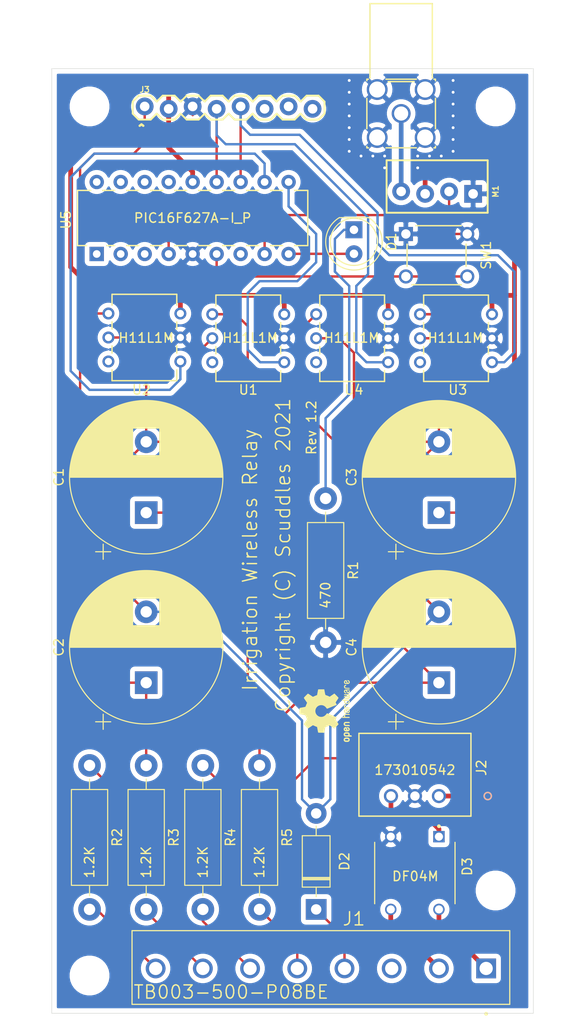
<source format=kicad_pcb>
(kicad_pcb (version 20171130) (host pcbnew "(5.1.7)-1")
  (layers (0 F.Cu signal) (31 B.Cu signal) (34 B.Paste user) (35 F.Paste user) (36 B.SilkS user) (37 F.SilkS user) (38 B.Mask user) (39 F.Mask user) (44 Edge.Cuts user))
  (net 0 "")
  (net 1 "Net-(C1-Pad2)")
  (net 2 "Net-(C1-Pad1)")
  (net 3 "Net-(C2-Pad1)")
  (net 4 "Net-(C3-Pad1)")
  (net 5 "Net-(C4-Pad1)")
  (net 6 /Logic/LED)
  (net 7 "Net-(D1-Pad1)")
  (net 8 "Net-(D3-Pad1)")
  (net 9 Vss)
  (net 10 "/Power Supply/AC_LINE")
  (net 11 "/Power Supply/AC_NEUTRAL")
  (net 12 "Net-(J1-Pad3)")
  (net 13 "/Signal Conditioner/IN_4")
  (net 14 "/Signal Conditioner/IN_3")
  (net 15 "/Signal Conditioner/IN_2")
  (net 16 "/Signal Conditioner/IN_1")
  (net 17 Vdd)
  (net 18 "Net-(J3-Pad1)")
  (net 19 "/Signal Conditioner/OUT_4")
  (net 20 "/Signal Conditioner/OUT_3")
  (net 21 "Net-(J3-Pad6)")
  (net 22 "Net-(J3-Pad7)")
  (net 23 "Net-(J3-Pad8)")
  (net 24 "Net-(J4-Pad1)")
  (net 25 /Logic/Data)
  (net 26 /Logic/Button)
  (net 27 "Net-(U1-Pad3)")
  (net 28 "/Signal Conditioner/OUT_1")
  (net 29 "Net-(U2-Pad3)")
  (net 30 "/Signal Conditioner/OUT_2")
  (net 31 "Net-(U3-Pad3)")
  (net 32 "Net-(U4-Pad3)")
  (net 33 "Net-(U5-Pad2)")
  (net 34 "Net-(U5-Pad3)")
  (net 35 "Net-(U5-Pad15)")
  (net 36 "Net-(U5-Pad16)")
  (net 37 "Net-(U5-Pad17)")
  (net 38 "Net-(U5-Pad18)")
  (net 39 "Net-(U5-Pad1)")
  (net 40 "/Signal Conditioner/COM")
  (net 41 "Net-(U5-Pad7)")
  (module tx:173010542 (layer F.Cu) (at 158 124 180)
    (fp_text reference J2 (at -4.5 3 90) (layer F.SilkS))
    (fp_text value 173010542 (at 2.54 2.75) (layer F.SilkS))
    (pad 3 thru_hole circle (at 0 0 180) (size 1.4986 1.4986) (drill 0.9906) (layers *.Cu *.Mask) (net 17 Vdd))
    (pad 2 thru_hole circle (at 2.54 0 180) (size 1.4986 1.4986) (drill 0.9906) (layers *.Cu *.Mask) (net 9 Vss))
    (pad 1 thru_hole circle (at 5.08 0 180) (size 1.4986 1.4986) (drill 0.9906) (layers *.Cu *.Mask) (net 8 "Net-(D3-Pad1)"))
  )
  (module Symbol:OSHW-Logo2_7.3x6mm_SilkScreen (layer F.Cu) (at 146 115 90)
    (fp_text reference REF** hide)
    (fp_text value OSHW-Logo2_7.3x6mm_SilkScreen hide)
  )
  (module tx:CUI_TB003-500-P08BE (layer F.Cu) (at 163 142.25 180)
    (fp_text reference J1 (at 14 5.25) (layer F.SilkS) (effects (font (size 1.4 1.4))))
    (fp_text value TB003-500-P08BE (at 27 -2.5) (layer F.SilkS) (effects (font (size 1.4 1.4))))
    (pad 1 thru_hole rect (at 0 0 180) (size 2.1 2.1) (drill 1.4) (layers *.Cu *.Mask) (net 11 "/Power Supply/AC_NEUTRAL"))
    (pad 2 thru_hole circle (at 5 0 180) (size 2.1 2.1) (drill 1.4) (layers *.Cu *.Mask) (net 10 "/Power Supply/AC_LINE"))
    (pad 3 thru_hole circle (at 10 0 180) (size 2.1 2.1) (drill 1.4) (layers *.Cu *.Mask) (net 12 "Net-(J1-Pad3)"))
    (pad 4 thru_hole circle (at 15 0 180) (size 2.1 2.1) (drill 1.4) (layers *.Cu *.Mask) (net 40 "/Signal Conditioner/COM"))
    (pad 5 thru_hole circle (at 20 0 180) (size 2.1 2.1) (drill 1.4) (layers *.Cu *.Mask) (net 13 "/Signal Conditioner/IN_4"))
    (pad 6 thru_hole circle (at 25 0 180) (size 2.1 2.1) (drill 1.4) (layers *.Cu *.Mask) (net 14 "/Signal Conditioner/IN_3"))
    (pad 7 thru_hole circle (at 30 0 180) (size 2.1 2.1) (drill 1.4) (layers *.Cu *.Mask) (net 15 "/Signal Conditioner/IN_2"))
    (pad 8 thru_hole circle (at 35 0 180) (size 2.1 2.1) (drill 1.4) (layers *.Cu *.Mask) (net 16 "/Signal Conditioner/IN_1"))
  )
  (module MountingHole:MountingHole_3.2mm_M3 (layer F.Cu) (at 164 134)
    (fp_text reference REF** hide)
    (fp_text value MountingHole_3.2mm_M3)
    (pad 1 np_thru_hole circle (at 0 0) (size 3.2 3.2) (drill 3.2) (layers *.Cu *.Mask))
  )
  (module MountingHole:MountingHole_3.2mm_M3 (layer F.Cu) (at 121 143)
    (fp_text reference REF** hide)
    (fp_text value MountingHole_3.2mm_M3)
    (pad 1 np_thru_hole circle (at 0 0) (size 3.2 3.2) (drill 3.2) (layers *.Cu *.Mask))
  )
  (module MountingHole:MountingHole_3.2mm_M3 (layer F.Cu) (at 164 51)
    (fp_text reference REF** hide)
    (fp_text value MountingHole_3.2mm_M3)
    (pad 1 np_thru_hole circle (at 0 0) (size 3.2 3.2) (drill 3.2) (layers *.Cu *.Mask))
  )
  (module MountingHole:MountingHole_3.2mm_M3 (layer F.Cu) (at 121 51)
    (fp_text reference REF** hide)
    (fp_text value MountingHole_3.2mm_M3)
    (pad 1 np_thru_hole circle (at 0 0) (size 3.2 3.2) (drill 3.2) (layers *.Cu *.Mask))
  )
  (module tx:PIC16F627A-I&slash_P (layer F.Cu) (at 121.76 66.62 90)
    (fp_text reference U5 (at 3.62 -3.26 90) (layer F.SilkS))
    (fp_text value PIC16F627A-I_P (at 3.81 10.16 180) (layer F.SilkS))
    (pad 1 thru_hole rect (at 0 0 90) (size 1.524 1.524) (drill 0.8128) (layers *.Cu *.Mask) (net 39 "Net-(U5-Pad1)"))
    (pad 2 thru_hole circle (at 0 2.54 90) (size 1.524 1.524) (drill 0.8128) (layers *.Cu *.Mask) (net 33 "Net-(U5-Pad2)"))
    (pad 3 thru_hole circle (at 0 5.08 90) (size 1.524 1.524) (drill 0.8128) (layers *.Cu *.Mask) (net 34 "Net-(U5-Pad3)"))
    (pad 4 thru_hole circle (at 0 7.62 90) (size 1.524 1.524) (drill 0.8128) (layers *.Cu *.Mask) (net 18 "Net-(J3-Pad1)"))
    (pad 5 thru_hole circle (at 0 10.16 90) (size 1.524 1.524) (drill 0.8128) (layers *.Cu *.Mask) (net 9 Vss))
    (pad 6 thru_hole circle (at 0 12.7 90) (size 1.524 1.524) (drill 0.8128) (layers *.Cu *.Mask) (net 26 /Logic/Button))
    (pad 7 thru_hole circle (at 0 15.24 90) (size 1.524 1.524) (drill 0.8128) (layers *.Cu *.Mask) (net 41 "Net-(U5-Pad7)"))
    (pad 8 thru_hole circle (at 0 17.78 90) (size 1.524 1.524) (drill 0.8128) (layers *.Cu *.Mask) (net 25 /Logic/Data))
    (pad 9 thru_hole circle (at 0 20.32 90) (size 1.524 1.524) (drill 0.8128) (layers *.Cu *.Mask) (net 6 /Logic/LED))
    (pad 10 thru_hole circle (at 7.62 20.32 90) (size 1.524 1.524) (drill 0.8128) (layers *.Cu *.Mask) (net 28 "/Signal Conditioner/OUT_1"))
    (pad 11 thru_hole circle (at 7.62 17.78 90) (size 1.524 1.524) (drill 0.8128) (layers *.Cu *.Mask) (net 30 "/Signal Conditioner/OUT_2"))
    (pad 12 thru_hole circle (at 7.62 15.24 90) (size 1.524 1.524) (drill 0.8128) (layers *.Cu *.Mask) (net 20 "/Signal Conditioner/OUT_3"))
    (pad 13 thru_hole circle (at 7.62 12.7 90) (size 1.524 1.524) (drill 0.8128) (layers *.Cu *.Mask) (net 19 "/Signal Conditioner/OUT_4"))
    (pad 14 thru_hole circle (at 7.62 10.16 90) (size 1.524 1.524) (drill 0.8128) (layers *.Cu *.Mask) (net 17 Vdd))
    (pad 15 thru_hole circle (at 7.62 7.62 90) (size 1.524 1.524) (drill 0.8128) (layers *.Cu *.Mask) (net 35 "Net-(U5-Pad15)"))
    (pad 16 thru_hole circle (at 7.62 5.08 90) (size 1.524 1.524) (drill 0.8128) (layers *.Cu *.Mask) (net 36 "Net-(U5-Pad16)"))
    (pad 17 thru_hole circle (at 7.62 2.54 90) (size 1.524 1.524) (drill 0.8128) (layers *.Cu *.Mask) (net 37 "Net-(U5-Pad17)"))
    (pad 18 thru_hole circle (at 7.62 0 90) (size 1.524 1.524) (drill 0.8128) (layers *.Cu *.Mask) (net 38 "Net-(U5-Pad18)"))
  )
  (module tx:H11L1M (layer F.Cu) (at 145 73)
    (fp_text reference U4 (at 4 8) (layer F.SilkS))
    (fp_text value H11L1M (at 3.75 2.5) (layer F.SilkS))
    (pad 1 thru_hole circle (at 0 0) (size 1.27 1.27) (drill 0.762) (layers *.Cu *.Mask) (net 5 "Net-(C4-Pad1)"))
    (pad 2 thru_hole circle (at 0 2.54) (size 1.27 1.27) (drill 0.762) (layers *.Cu *.Mask) (net 1 "Net-(C1-Pad2)"))
    (pad 3 thru_hole circle (at 0 5.08) (size 1.27 1.27) (drill 0.762) (layers *.Cu *.Mask) (net 32 "Net-(U4-Pad3)"))
    (pad 4 thru_hole circle (at 7.62 5.08) (size 1.27 1.27) (drill 0.762) (layers *.Cu *.Mask) (net 19 "/Signal Conditioner/OUT_4"))
    (pad 5 thru_hole circle (at 7.62 2.54) (size 1.27 1.27) (drill 0.762) (layers *.Cu *.Mask) (net 9 Vss))
    (pad 6 thru_hole circle (at 7.62 0) (size 1.27 1.27) (drill 0.762) (layers *.Cu *.Mask) (net 17 Vdd))
  )
  (module tx:H11L1M (layer F.Cu) (at 156 73)
    (fp_text reference U3 (at 4 8) (layer F.SilkS))
    (fp_text value H11L1M (at 3.75 2.5) (layer F.SilkS))
    (pad 1 thru_hole circle (at 0 0) (size 1.27 1.27) (drill 0.762) (layers *.Cu *.Mask) (net 4 "Net-(C3-Pad1)"))
    (pad 2 thru_hole circle (at 0 2.54) (size 1.27 1.27) (drill 0.762) (layers *.Cu *.Mask) (net 1 "Net-(C1-Pad2)"))
    (pad 3 thru_hole circle (at 0 5.08) (size 1.27 1.27) (drill 0.762) (layers *.Cu *.Mask) (net 31 "Net-(U3-Pad3)"))
    (pad 4 thru_hole circle (at 7.62 5.08) (size 1.27 1.27) (drill 0.762) (layers *.Cu *.Mask) (net 20 "/Signal Conditioner/OUT_3"))
    (pad 5 thru_hole circle (at 7.62 2.54) (size 1.27 1.27) (drill 0.762) (layers *.Cu *.Mask) (net 9 Vss))
    (pad 6 thru_hole circle (at 7.62 0) (size 1.27 1.27) (drill 0.762) (layers *.Cu *.Mask) (net 17 Vdd))
  )
  (module tx:H11L1M (layer F.Cu) (at 123 72.92)
    (fp_text reference U2 (at 3.5 8.08) (layer F.SilkS))
    (fp_text value H11L1M (at 4 2.58) (layer F.SilkS))
    (pad 1 thru_hole circle (at 0 0) (size 1.27 1.27) (drill 0.762) (layers *.Cu *.Mask) (net 3 "Net-(C2-Pad1)"))
    (pad 2 thru_hole circle (at 0 2.54) (size 1.27 1.27) (drill 0.762) (layers *.Cu *.Mask) (net 1 "Net-(C1-Pad2)"))
    (pad 3 thru_hole circle (at 0 5.08) (size 1.27 1.27) (drill 0.762) (layers *.Cu *.Mask) (net 29 "Net-(U2-Pad3)"))
    (pad 4 thru_hole circle (at 7.62 5.08) (size 1.27 1.27) (drill 0.762) (layers *.Cu *.Mask) (net 30 "/Signal Conditioner/OUT_2"))
    (pad 5 thru_hole circle (at 7.62 2.54) (size 1.27 1.27) (drill 0.762) (layers *.Cu *.Mask) (net 9 Vss))
    (pad 6 thru_hole circle (at 7.62 0) (size 1.27 1.27) (drill 0.762) (layers *.Cu *.Mask) (net 17 Vdd))
  )
  (module tx:H11L1M (layer F.Cu) (at 134 73)
    (fp_text reference U1 (at 3.81 8) (layer F.SilkS))
    (fp_text value H11L1M (at 4 2.5) (layer F.SilkS))
    (pad 1 thru_hole circle (at 0 0) (size 1.27 1.27) (drill 0.762) (layers *.Cu *.Mask) (net 2 "Net-(C1-Pad1)"))
    (pad 2 thru_hole circle (at 0 2.54) (size 1.27 1.27) (drill 0.762) (layers *.Cu *.Mask) (net 1 "Net-(C1-Pad2)"))
    (pad 3 thru_hole circle (at 0 5.08) (size 1.27 1.27) (drill 0.762) (layers *.Cu *.Mask) (net 27 "Net-(U1-Pad3)"))
    (pad 4 thru_hole circle (at 7.62 5.08) (size 1.27 1.27) (drill 0.762) (layers *.Cu *.Mask) (net 28 "/Signal Conditioner/OUT_1"))
    (pad 5 thru_hole circle (at 7.62 2.54) (size 1.27 1.27) (drill 0.762) (layers *.Cu *.Mask) (net 9 Vss))
    (pad 6 thru_hole circle (at 7.62 0) (size 1.27 1.27) (drill 0.762) (layers *.Cu *.Mask) (net 17 Vdd))
  )
  (module tx:1825910-6 (layer F.Cu) (at 161 69)
    (fp_text reference SW1 (at 2 -2.250001 270) (layer F.SilkS))
    (fp_text value 1825910-6 hide)
    (pad 1 thru_hole rect (at -6.500001 -4.500001) (size 1.4986 1.4986) (drill 0.9906) (layers *.Cu *.Mask) (net 9 Vss))
    (pad 3 thru_hole circle (at -6.500001 0) (size 1.4986 1.4986) (drill 0.9906) (layers *.Cu *.Mask) (net 26 /Logic/Button))
    (pad 4 thru_hole circle (at 0.000001 0) (size 1.4986 1.4986) (drill 0.9906) (layers *.Cu *.Mask) (net 26 /Logic/Button))
    (pad 2 thru_hole circle (at 0.000001 -4.500001) (size 1.4986 1.4986) (drill 0.9906) (layers *.Cu *.Mask) (net 9 Vss))
  )
  (module tx:R_Axial_DIN0411_L9.9mm_D3.6mm_P15.24mm_Horizontal (layer F.Cu) (at 139 120.76 270)
    (fp_text reference R5 (at 7.62 -2.92 90) (layer F.SilkS))
    (fp_text value 1.2K (at 10.24 0 90) (layer F.SilkS))
    (pad 2 thru_hole oval (at 15.24 0 270) (size 2.4 2.4) (drill 1.2) (layers *.Cu *.Mask) (net 13 "/Signal Conditioner/IN_4"))
    (pad 1 thru_hole circle (at 0 0 270) (size 2.4 2.4) (drill 1.2) (layers *.Cu *.Mask) (net 5 "Net-(C4-Pad1)"))
  )
  (module tx:R_Axial_DIN0411_L9.9mm_D3.6mm_P15.24mm_Horizontal (layer F.Cu) (at 133 120.76 270)
    (fp_text reference R4 (at 7.62 -2.92 90) (layer F.SilkS))
    (fp_text value 1.2K (at 10.24 0 90) (layer F.SilkS))
    (pad 2 thru_hole oval (at 15.24 0 270) (size 2.4 2.4) (drill 1.2) (layers *.Cu *.Mask) (net 14 "/Signal Conditioner/IN_3"))
    (pad 1 thru_hole circle (at 0 0 270) (size 2.4 2.4) (drill 1.2) (layers *.Cu *.Mask) (net 4 "Net-(C3-Pad1)"))
  )
  (module tx:R_Axial_DIN0411_L9.9mm_D3.6mm_P15.24mm_Horizontal (layer F.Cu) (at 127 120.76 270)
    (fp_text reference R3 (at 7.62 -2.92 90) (layer F.SilkS))
    (fp_text value 1.2K (at 10.24 0 90) (layer F.SilkS))
    (pad 2 thru_hole oval (at 15.24 0 270) (size 2.4 2.4) (drill 1.2) (layers *.Cu *.Mask) (net 15 "/Signal Conditioner/IN_2"))
    (pad 1 thru_hole circle (at 0 0 270) (size 2.4 2.4) (drill 1.2) (layers *.Cu *.Mask) (net 3 "Net-(C2-Pad1)"))
  )
  (module tx:R_Axial_DIN0411_L9.9mm_D3.6mm_P15.24mm_Horizontal (layer F.Cu) (at 121 120.76 270)
    (fp_text reference R2 (at 7.62 -2.92 90) (layer F.SilkS))
    (fp_text value 1.2K (at 10.24 0 90) (layer F.SilkS))
    (pad 2 thru_hole oval (at 15.24 0 270) (size 2.4 2.4) (drill 1.2) (layers *.Cu *.Mask) (net 16 "/Signal Conditioner/IN_1"))
    (pad 1 thru_hole circle (at 0 0 270) (size 2.4 2.4) (drill 1.2) (layers *.Cu *.Mask) (net 2 "Net-(C1-Pad1)"))
  )
  (module tx:R_Axial_DIN0411_L9.9mm_D3.6mm_P15.24mm_Horizontal (layer F.Cu) (at 146 92.5 270)
    (fp_text reference R1 (at 7.62 -2.92 90) (layer F.SilkS))
    (fp_text value 470 (at 10.24 0 90) (layer F.SilkS))
    (pad 2 thru_hole oval (at 15.24 0 270) (size 2.4 2.4) (drill 1.2) (layers *.Cu *.Mask) (net 9 Vss))
    (pad 1 thru_hole circle (at 0 0 270) (size 2.4 2.4) (drill 1.2) (layers *.Cu *.Mask) (net 7 "Net-(D1-Pad1)"))
  )
  (module tx:WRL-10534 (layer F.Cu) (at 157.81 60.127 180)
    (fp_text reference M1 (at -6.19 0.127 90) (layer F.SilkS) (effects (font (size 0.6096 0.6096) (thickness 0.127))))
    (fp_text value RF-LINK_TX hide)
    (pad ANT thru_hole circle (at 3.81 0.127 180) (size 1.8796 1.8796) (drill 1.016) (layers *.Cu *.Mask) (net 24 "Net-(J4-Pad1)"))
    (pad DATA thru_hole circle (at -1.27 0.127 180) (size 1.8796 1.8796) (drill 1.016) (layers *.Cu *.Mask) (net 25 /Logic/Data))
    (pad GND thru_hole rect (at -3.81 -0.127 180) (size 1.8796 1.8796) (drill 1.016) (layers *.Cu *.Mask) (net 9 Vss))
    (pad VCC thru_hole circle (at 1.27 -0.127 180) (size 1.8796 1.8796) (drill 1.016) (layers *.Cu *.Mask) (net 17 Vdd))
  )
  (module tx:RF2-03E-T-00-50-G (layer F.Cu) (at 154 51.75)
    (fp_text reference J4 hide)
    (fp_text value RF2-03E-T-00-50-G hide)
    (pad 1 thru_hole circle (at 0 0) (size 2.0066 2.0066) (drill 1.4986) (layers *.Cu *.Mask) (net 24 "Net-(J4-Pad1)"))
    (pad 2 thru_hole circle (at -2.54 -2.54) (size 2.2098 2.2098) (drill 1.7018) (layers *.Cu *.Mask) (net 9 Vss))
    (pad 3 thru_hole circle (at -2.54 2.54) (size 2.2098 2.2098) (drill 1.7018) (layers *.Cu *.Mask) (net 9 Vss))
    (pad 4 thru_hole circle (at 2.54 2.54) (size 2.2098 2.2098) (drill 1.7018) (layers *.Cu *.Mask) (net 9 Vss))
    (pad 5 thru_hole circle (at 2.54 -2.54) (size 2.2098 2.2098) (drill 1.7018) (layers *.Cu *.Mask) (net 9 Vss))
  )
  (module tx:1X08_LOCK (layer F.Cu) (at 126.84 51.127)
    (fp_text reference J3 (at 0 -1.905) (layer F.SilkS) (effects (font (size 0.6096 0.6096) (thickness 0.127))))
    (fp_text value CONN_08LOCK hide)
    (pad 1 thru_hole circle (at 0 -0.127) (size 1.8796 1.8796) (drill 1.016) (layers *.Cu *.Mask) (net 18 "Net-(J3-Pad1)"))
    (pad 2 thru_hole circle (at 2.54 0.127) (size 1.8796 1.8796) (drill 1.016) (layers *.Cu *.Mask) (net 17 Vdd))
    (pad 3 thru_hole circle (at 5.08 -0.127) (size 1.8796 1.8796) (drill 1.016) (layers *.Cu *.Mask) (net 9 Vss))
    (pad 4 thru_hole circle (at 7.62 0.127) (size 1.8796 1.8796) (drill 1.016) (layers *.Cu *.Mask) (net 19 "/Signal Conditioner/OUT_4"))
    (pad 5 thru_hole circle (at 10.16 -0.127) (size 1.8796 1.8796) (drill 1.016) (layers *.Cu *.Mask) (net 20 "/Signal Conditioner/OUT_3"))
    (pad 6 thru_hole circle (at 12.7 0.127) (size 1.8796 1.8796) (drill 1.016) (layers *.Cu *.Mask) (net 21 "Net-(J3-Pad6)"))
    (pad 7 thru_hole circle (at 15.24 -0.127) (size 1.8796 1.8796) (drill 1.016) (layers *.Cu *.Mask) (net 22 "Net-(J3-Pad7)"))
    (pad 8 thru_hole circle (at 17.78 0.127) (size 1.8796 1.8796) (drill 1.016) (layers *.Cu *.Mask) (net 23 "Net-(J3-Pad8)"))
  )
  (module tx:DF04M (layer F.Cu) (at 155.45 132.15 270)
    (fp_text reference D3 (at -0.68 -5.55 90) (layer F.SilkS))
    (fp_text value DF04M (at 0.35 -0.05 180) (layer F.SilkS))
    (pad 1 thru_hole rect (at -3.85 -2.55 270) (size 1.21 1.21) (drill 0.86) (layers *.Cu *.Mask) (net 8 "Net-(D3-Pad1)"))
    (pad 2 thru_hole circle (at -3.85 2.55 270) (size 1.21 1.21) (drill 0.86) (layers *.Cu *.Mask) (net 9 Vss))
    (pad 3 thru_hole circle (at 3.85 2.55 270) (size 1.21 1.21) (drill 0.86) (layers *.Cu *.Mask) (net 10 "/Power Supply/AC_LINE"))
    (pad 4 thru_hole circle (at 3.85 -2.55 270) (size 1.21 1.21) (drill 0.86) (layers *.Cu *.Mask) (net 11 "/Power Supply/AC_NEUTRAL"))
  )
  (module tx:D_DO-41_SOD81_P10.16mm_Horizontal (layer F.Cu) (at 145 136 90)
    (fp_text reference D2 (at 5.08 3 90) (layer F.SilkS))
    (fp_text value D hide)
    (pad 2 thru_hole oval (at 10.16 0 90) (size 2.2 2.2) (drill 1.1) (layers *.Cu *.Mask) (net 1 "Net-(C1-Pad2)"))
    (pad 1 thru_hole rect (at 0 0 90) (size 2.2 2.2) (drill 1.1) (layers *.Cu *.Mask) (net 40 "/Signal Conditioner/COM"))
  )
  (module tx:LED_D5.0mm (layer F.Cu) (at 149 64.06 270)
    (fp_text reference D1 (at 1.27 -3.96 90) (layer F.SilkS))
    (fp_text value LED)
    (pad 2 thru_hole circle (at 2.54 0 270) (size 1.8 1.8) (drill 0.9) (layers *.Cu *.Mask) (net 6 /Logic/LED))
    (pad 1 thru_hole rect (at 0 0 270) (size 1.8 1.8) (drill 0.9) (layers *.Cu *.Mask) (net 7 "Net-(D1-Pad1)"))
  )
  (module tx:CP_Radial_D16.0mm_P7.50mm (layer F.Cu) (at 158 112 90)
    (fp_text reference C4 (at 3.75 -9.25 90) (layer F.SilkS))
    (fp_text value 470uF)
    (pad 2 thru_hole circle (at 7.5 0 90) (size 2.4 2.4) (drill 1.2) (layers *.Cu *.Mask) (net 1 "Net-(C1-Pad2)"))
    (pad 1 thru_hole rect (at 0 0 90) (size 2.4 2.4) (drill 1.2) (layers *.Cu *.Mask) (net 5 "Net-(C4-Pad1)"))
  )
  (module tx:CP_Radial_D16.0mm_P7.50mm (layer F.Cu) (at 158 94 90)
    (fp_text reference C3 (at 3.75 -9.25 90) (layer F.SilkS))
    (fp_text value 470uF)
    (pad 2 thru_hole circle (at 7.5 0 90) (size 2.4 2.4) (drill 1.2) (layers *.Cu *.Mask) (net 1 "Net-(C1-Pad2)"))
    (pad 1 thru_hole rect (at 0 0 90) (size 2.4 2.4) (drill 1.2) (layers *.Cu *.Mask) (net 4 "Net-(C3-Pad1)"))
  )
  (module tx:CP_Radial_D16.0mm_P7.50mm (layer F.Cu) (at 127 112 90)
    (fp_text reference C2 (at 3.75 -9.25 90) (layer F.SilkS))
    (fp_text value 470uF)
    (pad 2 thru_hole circle (at 7.5 0 90) (size 2.4 2.4) (drill 1.2) (layers *.Cu *.Mask) (net 1 "Net-(C1-Pad2)"))
    (pad 1 thru_hole rect (at 0 0 90) (size 2.4 2.4) (drill 1.2) (layers *.Cu *.Mask) (net 3 "Net-(C2-Pad1)"))
  )
  (module tx:CP_Radial_D16.0mm_P7.50mm (layer F.Cu) (at 127 94 90)
    (fp_text reference C1 (at 3.75 -9.25 90) (layer F.SilkS))
    (fp_text value 470uF)
    (pad 2 thru_hole circle (at 7.5 0 90) (size 2.4 2.4) (drill 1.2) (layers *.Cu *.Mask) (net 1 "Net-(C1-Pad2)"))
    (pad 1 thru_hole rect (at 0 0 90) (size 2.4 2.4) (drill 1.2) (layers *.Cu *.Mask) (net 2 "Net-(C1-Pad1)"))
  )
  (gr_text "Rev 1.2" (at 144.5 85 90) (layer F.SilkS) (effects (font (size 1 1))))
  (gr_text ^ (at 126.5 53.5) (layer F.SilkS) (effects (font (size 1 1) (thickness 0.25))))
  (gr_text "Irrigation Wireless Relay" (at 138 99 90) (layer F.SilkS) (effects (font (size 1.5 1.5))))
  (gr_text "Copyright (C) Scuddles 2021" (at 141.5 98.5 90) (layer F.SilkS) (effects (font (size 1.5 1.5))))
  (gr_line (start 168 47) (end 117 47) (layer Edge.Cuts) (width 0.05))
  (gr_line (start 168 147) (end 168 47) (layer Edge.Cuts) (width 0.05))
  (gr_line (start 117 147) (end 168 147) (layer Edge.Cuts) (width 0.05))
  (gr_line (start 117 147) (end 117 47) (layer Edge.Cuts) (width 0.05))
  (segment (start 154 86.5) (end 158 86.5) (width 0.25) (layer F.Cu) (net 1))
  (segment (start 123.5 90) (end 127 86.5) (width 0.25) (layer F.Cu) (net 1))
  (segment (start 123.5 101) (end 123.5 90) (width 0.25) (layer F.Cu) (net 1))
  (segment (start 127 104.5) (end 123.5 101) (width 0.25) (layer F.Cu) (net 1))
  (segment (start 129 86.5) (end 127 86.5) (width 0.25) (layer F.Cu) (net 1))
  (segment (start 130.5 86.5) (end 129 86.5) (width 0.25) (layer F.Cu) (net 1))
  (segment (start 132.54 84.46) (end 130.5 86.5) (width 0.25) (layer F.Cu) (net 1))
  (segment (start 132.54 77) (end 132.54 84.46) (width 0.25) (layer F.Cu) (net 1))
  (segment (start 134 75.54) (end 132.54 77) (width 0.25) (layer F.Cu) (net 1))
  (segment (start 155 89.5) (end 158 86.5) (width 0.25) (layer F.Cu) (net 1))
  (segment (start 132 104.5) (end 127 104.5) (width 0.25) (layer B.Cu) (net 1))
  (segment (start 145 125.84) (end 143.5 124.34) (width 0.25) (layer B.Cu) (net 1))
  (segment (start 143.5 124.34) (end 143.5 116) (width 0.25) (layer B.Cu) (net 1))
  (segment (start 143.5 116) (end 132 104.5) (width 0.25) (layer B.Cu) (net 1))
  (segment (start 145 125.84) (end 146.5 124.34) (width 0.25) (layer B.Cu) (net 1))
  (segment (start 146.5 116) (end 146.75 115.75) (width 0.25) (layer B.Cu) (net 1))
  (segment (start 146.5 124.34) (end 146.5 116) (width 0.25) (layer B.Cu) (net 1))
  (segment (start 146.75 115.75) (end 158 104.5) (width 0.25) (layer B.Cu) (net 1))
  (segment (start 145 75.54) (end 147.46 75.54) (width 0.25) (layer F.Cu) (net 1))
  (segment (start 149 77.08) (end 149 81.5) (width 0.25) (layer F.Cu) (net 1))
  (segment (start 147.46 75.54) (end 149 77.08) (width 0.25) (layer F.Cu) (net 1))
  (segment (start 123 75.46) (end 125.46 75.46) (width 0.25) (layer F.Cu) (net 1))
  (segment (start 127 77) (end 127 86.5) (width 0.25) (layer F.Cu) (net 1))
  (segment (start 125.46 75.46) (end 127 77) (width 0.25) (layer F.Cu) (net 1))
  (segment (start 156 75.54) (end 157.04 75.54) (width 0.25) (layer F.Cu) (net 1))
  (segment (start 158 76.5) (end 158 86.5) (width 0.25) (layer F.Cu) (net 1))
  (segment (start 157.04 75.54) (end 158 76.5) (width 0.25) (layer F.Cu) (net 1))
  (segment (start 149 81.5) (end 149 84.5) (width 0.25) (layer F.Cu) (net 1))
  (segment (start 149 84.5) (end 151 86.5) (width 0.25) (layer F.Cu) (net 1))
  (segment (start 151 86.5) (end 154.5 86.5) (width 0.25) (layer F.Cu) (net 1))
  (segment (start 158 104.5) (end 154.5 101) (width 0.25) (layer F.Cu) (net 1))
  (segment (start 154.5 101) (end 154.5 90) (width 0.25) (layer F.Cu) (net 1))
  (segment (start 154.5 90) (end 155 89.5) (width 0.25) (layer F.Cu) (net 1))
  (segment (start 134 73) (end 135 73) (width 0.25) (layer F.Cu) (net 2))
  (segment (start 134 73) (end 136.5 73) (width 0.25) (layer F.Cu) (net 2))
  (segment (start 130 122.5) (end 130 120) (width 0.25) (layer F.Cu) (net 2))
  (segment (start 128.5 124) (end 130 122.5) (width 0.25) (layer F.Cu) (net 2))
  (segment (start 124.24 124) (end 128.5 124) (width 0.25) (layer F.Cu) (net 2))
  (segment (start 121 120.76) (end 124.24 124) (width 0.25) (layer F.Cu) (net 2))
  (segment (start 137.75 112.25) (end 137.25 112.75) (width 0.25) (layer F.Cu) (net 2))
  (segment (start 130 120) (end 137.25 112.75) (width 0.25) (layer F.Cu) (net 2))
  (segment (start 136.5 73) (end 137.75 74.25) (width 0.25) (layer F.Cu) (net 2))
  (segment (start 137.75 74.25) (end 137.75 94) (width 0.25) (layer F.Cu) (net 2))
  (segment (start 137.75 95.75) (end 137.75 112.25) (width 0.25) (layer F.Cu) (net 2))
  (segment (start 136 94) (end 137.75 95.75) (width 0.25) (layer F.Cu) (net 2))
  (segment (start 137.75 94) (end 137.75 95.75) (width 0.25) (layer F.Cu) (net 2))
  (segment (start 127 94) (end 136 94) (width 0.25) (layer F.Cu) (net 2))
  (segment (start 127 120.76) (end 127 112) (width 0.25) (layer F.Cu) (net 3))
  (segment (start 121.33 72.92) (end 123 72.92) (width 0.25) (layer F.Cu) (net 3))
  (segment (start 120 110) (end 120 74.25) (width 0.25) (layer F.Cu) (net 3))
  (segment (start 120 74.25) (end 121.33 72.92) (width 0.25) (layer F.Cu) (net 3))
  (segment (start 122 112) (end 120 110) (width 0.25) (layer F.Cu) (net 3))
  (segment (start 127 112) (end 122 112) (width 0.25) (layer F.Cu) (net 3))
  (segment (start 145 120) (end 159 120) (width 0.25) (layer F.Cu) (net 4))
  (segment (start 141 124) (end 145 120) (width 0.25) (layer F.Cu) (net 4))
  (segment (start 136.24 124) (end 141 124) (width 0.25) (layer F.Cu) (net 4))
  (segment (start 133 120.76) (end 136.24 124) (width 0.25) (layer F.Cu) (net 4))
  (segment (start 158 73) (end 156 73) (width 0.25) (layer F.Cu) (net 4))
  (segment (start 159 120) (end 161.5 117.5) (width 0.25) (layer F.Cu) (net 4))
  (segment (start 161.5 74.75) (end 161.5 94) (width 0.25) (layer F.Cu) (net 4))
  (segment (start 159.75 73) (end 161.5 74.75) (width 0.25) (layer F.Cu) (net 4))
  (segment (start 156 73) (end 159.75 73) (width 0.25) (layer F.Cu) (net 4))
  (segment (start 160 94) (end 161.5 95.5) (width 0.25) (layer F.Cu) (net 4))
  (segment (start 161.5 95.5) (end 161.5 94) (width 0.25) (layer F.Cu) (net 4))
  (segment (start 161.5 117.5) (end 161.5 95.5) (width 0.25) (layer F.Cu) (net 4))
  (segment (start 158 94) (end 160 94) (width 0.25) (layer F.Cu) (net 4))
  (segment (start 158 112) (end 152 112) (width 0.25) (layer F.Cu) (net 5))
  (segment (start 139 118) (end 139 120.76) (width 0.25) (layer F.Cu) (net 5))
  (segment (start 145 112) (end 139 118) (width 0.25) (layer F.Cu) (net 5))
  (segment (start 147 112) (end 145 112) (width 0.25) (layer F.Cu) (net 5))
  (segment (start 145 73) (end 143.5 74.5) (width 0.25) (layer F.Cu) (net 5))
  (segment (start 143.5 74.5) (end 143.5 83) (width 0.25) (layer F.Cu) (net 5))
  (segment (start 143.5 83) (end 145 84.5) (width 0.25) (layer F.Cu) (net 5))
  (segment (start 145 84.5) (end 149 88.5) (width 0.25) (layer F.Cu) (net 5))
  (segment (start 149 112) (end 147 112) (width 0.25) (layer F.Cu) (net 5))
  (segment (start 152 112) (end 149 112) (width 0.25) (layer F.Cu) (net 5))
  (segment (start 149 103) (end 149 101.5) (width 0.25) (layer F.Cu) (net 5))
  (segment (start 158 112) (end 149 103) (width 0.25) (layer F.Cu) (net 5))
  (segment (start 149 88.5) (end 149 101.5) (width 0.25) (layer F.Cu) (net 5))
  (segment (start 142.2 66.5) (end 142.08 66.62) (width 0.25) (layer F.Cu) (net 6))
  (segment (start 142.1 66.6) (end 142.08 66.62) (width 0.25) (layer F.Cu) (net 6))
  (segment (start 149 66.6) (end 142.1 66.6) (width 0.25) (layer F.Cu) (net 6))
  (segment (start 149 64.06) (end 147.94 64.06) (width 0.25) (layer B.Cu) (net 7))
  (segment (start 146.98 65.02) (end 146.98 68.48) (width 0.25) (layer B.Cu) (net 7))
  (segment (start 147.94 64.06) (end 146.98 65.02) (width 0.25) (layer B.Cu) (net 7))
  (segment (start 146.98 67.48) (end 146.98 68.48) (width 0.25) (layer B.Cu) (net 7))
  (segment (start 148.5 70) (end 148.5 81.5) (width 0.25) (layer B.Cu) (net 7))
  (segment (start 146.98 68.48) (end 148.5 70) (width 0.25) (layer B.Cu) (net 7))
  (segment (start 146 84) (end 146.25 83.75) (width 0.25) (layer B.Cu) (net 7))
  (segment (start 146 92.5) (end 146 84) (width 0.25) (layer B.Cu) (net 7))
  (segment (start 148.5 81.5) (end 146.25 83.75) (width 0.25) (layer B.Cu) (net 7))
  (segment (start 158 128.3) (end 158 127.5) (width 0.5) (layer F.Cu) (net 8))
  (segment (start 158 127.5) (end 157 126.5) (width 0.5) (layer F.Cu) (net 8))
  (segment (start 157 126.5) (end 154 126.5) (width 0.5) (layer F.Cu) (net 8))
  (segment (start 152.92 125.42) (end 152.92 124) (width 0.5) (layer F.Cu) (net 8))
  (segment (start 154 126.5) (end 152.92 125.42) (width 0.5) (layer F.Cu) (net 8))
  (segment (start 161.000001 64.499999) (end 154.499999 64.499999) (width 0.25) (layer F.Cu) (net 9))
  (segment (start 131.92 51) (end 131.92 51.92) (width 0.25) (layer F.Cu) (net 9))
  (via (at 148.5 48.25) (size 0.6) (drill 0.3) (layers F.Cu B.Cu) (net 9))
  (via (at 148.5 49.5) (size 0.6) (drill 0.3) (layers F.Cu B.Cu) (net 9))
  (via (at 148.5 50.75) (size 0.6) (drill 0.3) (layers F.Cu B.Cu) (net 9))
  (via (at 148.5 52) (size 0.6) (drill 0.3) (layers F.Cu B.Cu) (net 9))
  (via (at 148.5 53.25) (size 0.6) (drill 0.3) (layers F.Cu B.Cu) (net 9))
  (via (at 148.5 54.5) (size 0.6) (drill 0.3) (layers F.Cu B.Cu) (net 9))
  (via (at 148.5 55.75) (size 0.6) (drill 0.3) (layers F.Cu B.Cu) (net 9))
  (via (at 149.75 56.25) (size 0.6) (drill 0.3) (layers F.Cu B.Cu) (net 9))
  (via (at 151 56.25) (size 0.6) (drill 0.3) (layers F.Cu B.Cu) (net 9))
  (via (at 152.25 56.25) (size 0.6) (drill 0.3) (layers F.Cu B.Cu) (net 9))
  (via (at 155.75 56.25) (size 0.6) (drill 0.3) (layers F.Cu B.Cu) (net 9))
  (via (at 157 56.25) (size 0.6) (drill 0.3) (layers F.Cu B.Cu) (net 9))
  (via (at 158.25 56.25) (size 0.6) (drill 0.3) (layers F.Cu B.Cu) (net 9))
  (via (at 159.5 48.25) (size 0.6) (drill 0.3) (layers F.Cu B.Cu) (net 9))
  (via (at 159.5 49.5) (size 0.6) (drill 0.3) (layers F.Cu B.Cu) (net 9))
  (via (at 159.5 50.75) (size 0.6) (drill 0.3) (layers F.Cu B.Cu) (net 9))
  (via (at 159.5 52) (size 0.6) (drill 0.3) (layers F.Cu B.Cu) (net 9))
  (via (at 159.5 53.25) (size 0.6) (drill 0.3) (layers F.Cu B.Cu) (net 9))
  (via (at 159.5 54.5) (size 0.6) (drill 0.3) (layers F.Cu B.Cu) (net 9))
  (via (at 159.5 55.75) (size 0.6) (drill 0.3) (layers F.Cu B.Cu) (net 9))
  (via (at 152.25 57.5) (size 0.6) (drill 0.3) (layers F.Cu B.Cu) (net 9))
  (via (at 155.75 57.5) (size 0.6) (drill 0.3) (layers F.Cu B.Cu) (net 9))
  (segment (start 152.9 137.15) (end 158 142.25) (width 0.5) (layer F.Cu) (net 10))
  (segment (start 152.9 136) (end 152.9 137.15) (width 0.5) (layer F.Cu) (net 10))
  (segment (start 158 137.25) (end 163 142.25) (width 0.5) (layer F.Cu) (net 11))
  (segment (start 158 136) (end 158 137.25) (width 0.5) (layer F.Cu) (net 11))
  (segment (start 143 140) (end 139 136) (width 0.25) (layer F.Cu) (net 13))
  (segment (start 143 142.25) (end 143 140) (width 0.25) (layer F.Cu) (net 13))
  (segment (start 133 137.25) (end 133 136) (width 0.25) (layer F.Cu) (net 14))
  (segment (start 138 142.25) (end 133 137.25) (width 0.25) (layer F.Cu) (net 14))
  (segment (start 127 136.25) (end 127 136) (width 0.25) (layer F.Cu) (net 15))
  (segment (start 133 142.25) (end 127 136.25) (width 0.25) (layer F.Cu) (net 15))
  (segment (start 121 136.25) (end 121 136) (width 0.1524) (layer F.Cu) (net 16))
  (segment (start 121.75 136) (end 121 136) (width 0.25) (layer F.Cu) (net 16))
  (segment (start 128 142.25) (end 121.75 136) (width 0.25) (layer F.Cu) (net 16))
  (segment (start 166 76) (end 166 75.38) (width 0.25) (layer F.Cu) (net 17))
  (segment (start 166 120) (end 166 76) (width 0.5) (layer F.Cu) (net 17))
  (segment (start 131.92 57.92) (end 131.92 59) (width 0.5) (layer F.Cu) (net 17))
  (segment (start 129.38 55.38) (end 131.92 57.92) (width 0.5) (layer F.Cu) (net 17))
  (segment (start 129.38 51.254) (end 129.38 55.38) (width 0.5) (layer F.Cu) (net 17))
  (segment (start 129.38 49.38) (end 129 49) (width 0.5) (layer F.Cu) (net 17))
  (segment (start 129.38 51.254) (end 129.38 49.38) (width 0.5) (layer F.Cu) (net 17))
  (segment (start 130.62 71.12) (end 130.5 71) (width 0.25) (layer F.Cu) (net 17))
  (segment (start 130.62 72.92) (end 130.62 71.12) (width 0.5) (layer F.Cu) (net 17))
  (segment (start 122 71) (end 130.5 71) (width 0.5) (layer F.Cu) (net 17))
  (segment (start 141.62 71.12) (end 141.5 71) (width 0.25) (layer F.Cu) (net 17))
  (segment (start 141.62 73) (end 141.62 71.12) (width 0.5) (layer F.Cu) (net 17))
  (segment (start 130.5 71) (end 141.5 71) (width 0.5) (layer F.Cu) (net 17))
  (segment (start 152.62 71.12) (end 152.5 71) (width 0.25) (layer F.Cu) (net 17))
  (segment (start 152.62 73) (end 152.62 71.12) (width 0.5) (layer F.Cu) (net 17))
  (segment (start 152.5 71) (end 163 71) (width 0.5) (layer F.Cu) (net 17))
  (segment (start 141.5 71) (end 152.5 71) (width 0.5) (layer F.Cu) (net 17))
  (segment (start 119 68) (end 122 71) (width 0.5) (layer F.Cu) (net 17))
  (segment (start 119 57.5) (end 119 68) (width 0.5) (layer F.Cu) (net 17))
  (segment (start 129 49) (end 126 49) (width 0.5) (layer F.Cu) (net 17))
  (segment (start 166 71) (end 166 76) (width 0.5) (layer F.Cu) (net 17))
  (segment (start 166 60) (end 166 71) (width 0.5) (layer F.Cu) (net 17))
  (segment (start 163.62 71.12) (end 163.5 71) (width 0.25) (layer F.Cu) (net 17))
  (segment (start 163.62 73) (end 163.62 71.12) (width 0.5) (layer F.Cu) (net 17))
  (segment (start 163.5 71) (end 166 71) (width 0.5) (layer F.Cu) (net 17))
  (segment (start 163 71) (end 163.5 71) (width 0.5) (layer F.Cu) (net 17))
  (segment (start 126 49) (end 125 50) (width 0.5) (layer F.Cu) (net 17))
  (segment (start 166 60) (end 166 59) (width 0.5) (layer F.Cu) (net 17))
  (segment (start 156.54 60.254) (end 156.54 58.46) (width 0.5) (layer F.Cu) (net 17))
  (segment (start 125 50) (end 125 53) (width 0.5) (layer F.Cu) (net 17))
  (segment (start 125 53) (end 123 55) (width 0.5) (layer F.Cu) (net 17))
  (segment (start 123 55) (end 121 55) (width 0.5) (layer F.Cu) (net 17))
  (segment (start 119 57) (end 121 55) (width 0.5) (layer F.Cu) (net 17))
  (segment (start 119 57) (end 119 57.5) (width 0.5) (layer F.Cu) (net 17))
  (segment (start 164.5 57.5) (end 157.5 57.5) (width 0.5) (layer F.Cu) (net 17))
  (segment (start 156.54 58.46) (end 157.5 57.5) (width 0.5) (layer F.Cu) (net 17))
  (segment (start 166 59) (end 164.5 57.5) (width 0.5) (layer F.Cu) (net 17))
  (segment (start 166 120) (end 166 122.5) (width 0.5) (layer F.Cu) (net 17))
  (segment (start 166 122.5) (end 164.5 124) (width 0.5) (layer F.Cu) (net 17))
  (segment (start 164.5 124) (end 158 124) (width 0.5) (layer F.Cu) (net 17))
  (segment (start 126.84 54.84) (end 126.84 51) (width 0.25) (layer F.Cu) (net 18))
  (segment (start 120 60.5) (end 120 57.5) (width 0.25) (layer F.Cu) (net 18))
  (segment (start 121.5 56) (end 125.68 56) (width 0.25) (layer F.Cu) (net 18))
  (segment (start 122 62.5) (end 120 60.5) (width 0.25) (layer F.Cu) (net 18))
  (segment (start 125.68 56) (end 126.84 54.84) (width 0.25) (layer F.Cu) (net 18))
  (segment (start 126.5 62.5) (end 122 62.5) (width 0.25) (layer F.Cu) (net 18))
  (segment (start 120 57.5) (end 121.5 56) (width 0.25) (layer F.Cu) (net 18))
  (segment (start 129.38 65.38) (end 126.5 62.5) (width 0.25) (layer F.Cu) (net 18))
  (segment (start 129.38 66.62) (end 129.38 65.38) (width 0.25) (layer F.Cu) (net 18))
  (segment (start 134.46 51.254) (end 134.46 59) (width 0.25) (layer F.Cu) (net 19))
  (segment (start 134.46 54.04) (end 134.46 51.254) (width 0.25) (layer B.Cu) (net 19))
  (segment (start 135.42 55) (end 134.46 54.04) (width 0.25) (layer B.Cu) (net 19))
  (segment (start 152.62 78.08) (end 150.33 78.08) (width 0.25) (layer B.Cu) (net 19))
  (segment (start 150.33 78.08) (end 149.25 77) (width 0.25) (layer B.Cu) (net 19))
  (segment (start 149.25 77) (end 149.25 70) (width 0.25) (layer B.Cu) (net 19))
  (segment (start 149.25 70) (end 150.5 68.75) (width 0.25) (layer B.Cu) (net 19))
  (segment (start 142.75 55) (end 135.42 55) (width 0.25) (layer B.Cu) (net 19))
  (segment (start 150.5 62.75) (end 150.5 63) (width 0.25) (layer B.Cu) (net 19))
  (segment (start 142.75 55) (end 150.5 62.75) (width 0.25) (layer B.Cu) (net 19))
  (segment (start 150.5 68.75) (end 150.5 63) (width 0.25) (layer B.Cu) (net 19))
  (segment (start 137 51) (end 137 59) (width 0.25) (layer F.Cu) (net 20))
  (segment (start 137 53) (end 137 51) (width 0.25) (layer B.Cu) (net 20))
  (segment (start 138 54) (end 137 53) (width 0.25) (layer B.Cu) (net 20))
  (segment (start 152.75 66.75) (end 151.5 65.5) (width 0.25) (layer B.Cu) (net 20))
  (segment (start 164.25 66.75) (end 152.75 66.75) (width 0.25) (layer B.Cu) (net 20))
  (segment (start 166 68.5) (end 164.25 66.75) (width 0.25) (layer B.Cu) (net 20))
  (segment (start 166 77) (end 166 68.5) (width 0.25) (layer B.Cu) (net 20))
  (segment (start 164.92 78.08) (end 166 77) (width 0.25) (layer B.Cu) (net 20))
  (segment (start 163.62 78.08) (end 164.92 78.08) (width 0.25) (layer B.Cu) (net 20))
  (segment (start 151.5 62.25) (end 143.25 54) (width 0.25) (layer B.Cu) (net 20))
  (segment (start 151.5 62.75) (end 151.5 62.25) (width 0.25) (layer B.Cu) (net 20))
  (segment (start 143.25 54) (end 138 54) (width 0.25) (layer B.Cu) (net 20))
  (segment (start 151.5 65.5) (end 151.5 62.75) (width 0.25) (layer B.Cu) (net 20))
  (segment (start 154 51.75) (end 154 60) (width 0.5) (layer B.Cu) (net 24))
  (segment (start 159.08 61.92) (end 159.08 60) (width 0.25) (layer F.Cu) (net 25))
  (segment (start 158.5 62.5) (end 159.08 61.92) (width 0.25) (layer F.Cu) (net 25))
  (segment (start 139.54 64.46) (end 141.5 62.5) (width 0.25) (layer F.Cu) (net 25))
  (segment (start 139.54 66.62) (end 139.54 64.46) (width 0.25) (layer F.Cu) (net 25))
  (segment (start 141.5 62.5) (end 158.5 62.5) (width 0.25) (layer F.Cu) (net 25))
  (segment (start 154.499999 69) (end 161.000001 69) (width 0.25) (layer F.Cu) (net 26))
  (segment (start 134.46 66.62) (end 134.46 67.96) (width 0.25) (layer F.Cu) (net 26))
  (segment (start 135.5 69) (end 137 69) (width 0.25) (layer F.Cu) (net 26))
  (segment (start 134.46 67.96) (end 135.5 69) (width 0.25) (layer F.Cu) (net 26))
  (segment (start 154.499999 69) (end 137 69) (width 0.25) (layer F.Cu) (net 26))
  (segment (start 139.08 78.08) (end 141.62 78.08) (width 0.25) (layer B.Cu) (net 28))
  (segment (start 137.75 76.75) (end 139.08 78.08) (width 0.25) (layer B.Cu) (net 28))
  (segment (start 143 69.5) (end 139 69.5) (width 0.25) (layer B.Cu) (net 28))
  (segment (start 145 67.5) (end 143 69.5) (width 0.25) (layer B.Cu) (net 28))
  (segment (start 139 69.5) (end 137.75 70.75) (width 0.25) (layer B.Cu) (net 28))
  (segment (start 145 64.5) (end 145 67.5) (width 0.25) (layer B.Cu) (net 28))
  (segment (start 137.75 70.75) (end 137.75 76.75) (width 0.25) (layer B.Cu) (net 28))
  (segment (start 142.08 61.58) (end 145 64.5) (width 0.25) (layer B.Cu) (net 28))
  (segment (start 142.08 59) (end 142.08 61.58) (width 0.25) (layer B.Cu) (net 28))
  (segment (start 119 58.5) (end 121.5 56) (width 0.25) (layer B.Cu) (net 30))
  (segment (start 119 79) (end 119 58.5) (width 0.25) (layer B.Cu) (net 30))
  (segment (start 121 81) (end 119 79) (width 0.25) (layer B.Cu) (net 30))
  (segment (start 129.5 81) (end 121 81) (width 0.25) (layer B.Cu) (net 30))
  (segment (start 130.62 79.88) (end 129.5 81) (width 0.25) (layer B.Cu) (net 30))
  (segment (start 130.62 78) (end 130.62 79.88) (width 0.25) (layer B.Cu) (net 30))
  (segment (start 139.54 57.04) (end 138.5 56) (width 0.25) (layer B.Cu) (net 30))
  (segment (start 121.5 56) (end 138.5 56) (width 0.25) (layer B.Cu) (net 30))
  (segment (start 139.54 57.04) (end 139.54 59) (width 0.25) (layer B.Cu) (net 30))
  (segment (start 148 139) (end 145 136) (width 0.25) (layer F.Cu) (net 40))
  (segment (start 148 142.25) (end 148 139) (width 0.25) (layer F.Cu) (net 40))
  (zone (net 9) (net_name Vss) (layer B.Cu) (connect_pads (clearance 0.508)) (min_thickness 0.254) (fill yes (arc_segments 32) (thermal_gap 0.508) (thermal_bridge_width 0.508))
    (polygon (pts (xy 168 147) (xy 117 147) (xy 117 47) (xy 168 47)))
  )
  (zone (net 0) (net_name "") (layer B.Cu) (connect_pads (clearance 0.508)) (min_thickness 0.254)
    (keepout (tracks allowed) (vias allowed) (copperpour not_allowed))
    (fill (arc_segments 32) (thermal_gap 0.508) (thermal_bridge_width 0.508))
    (polygon (pts (xy 155 60) (xy 153 60) (xy 153 51.5) (xy 155 51.5)))
  )
)
</source>
